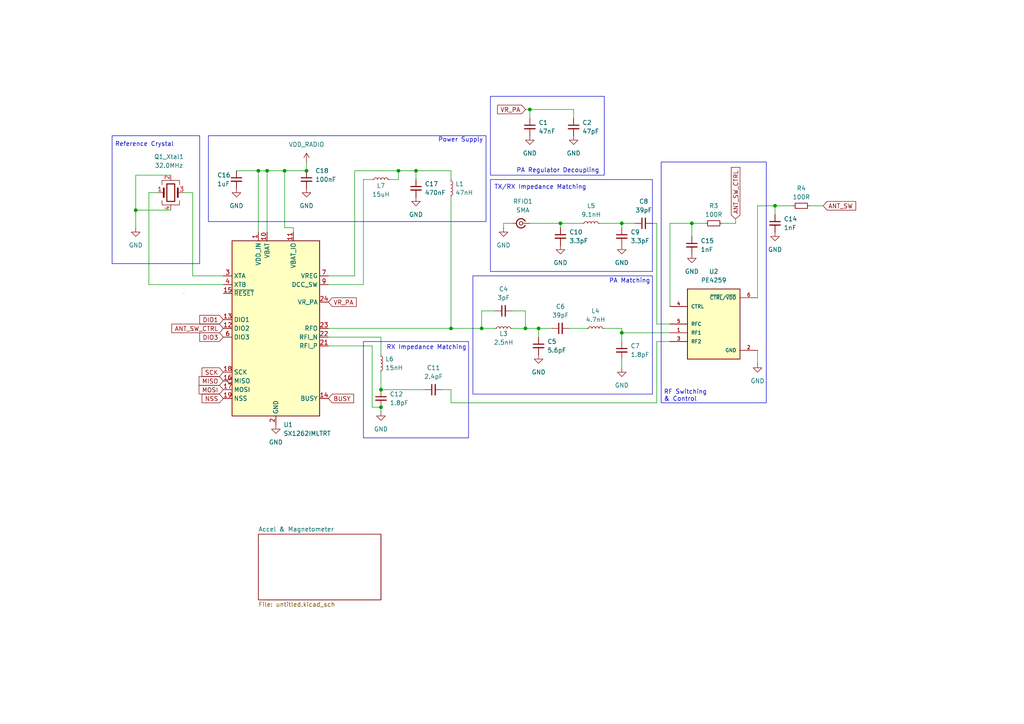
<source format=kicad_sch>
(kicad_sch (version 20231120) (generator "eeschema") (generator_version "8.0")
  (paper "A4")
  (title_block (title "LoRA Radio"))
  (lib_symbols
    (symbol "Connector:Conn_Coaxial_Small" (pin_numbers hide) (pin_names (offset 1.016) hide)
      (property "Reference" "J" (at 0.254 3.048 0))
      (property "Value" "Conn_Coaxial_Small" (at 0 -3.81 0))
      (symbol "Conn_Coaxial_Small_0_1"
        (polyline (pts (xy -2.54 0) (xy -0.508 0)))
        (circle (center 0 0) (radius 0.508) (stroke (width 0.2032)))
      )
      (symbol "Conn_Coaxial_Small_1_1"
        (arc (start -1.1916 -0.6311) (mid 0.327 -1.3081) (end 1.3484 0.0039) (stroke (width 0.3048)))
        (arc (start 1.3484 -0.0039) (mid 0.327 1.3081) (end -1.1916 0.6311) (stroke (width 0.3048)))
        (pin passive line (at -2.54 0 0) (length 1.27) (name "In") (number "1"))
        (pin passive line (at 2.54 0 180) (length 1.27) (name "Ext") (number "2"))
      )
    )
    (symbol "Device:C_Small" (pin_numbers hide) (pin_names (offset 0.254) hide)
      (property "Reference" "C" (at 0.254 1.778 0))
      (property "Value" "C_Small" (at 0.254 -2.032 0))
      (symbol "C_Small_0_1"
        (polyline (pts (xy -1.524 -0.508) (xy 1.524 -0.508)) (stroke (width 0.3302)))
        (polyline (pts (xy -1.524 0.508) (xy 1.524 0.508)) (stroke (width 0.3048)))
      )
      (symbol "C_Small_1_1"
        (pin passive line (at 0 2.54 270) (length 2.032) (name "~") (number "1"))
        (pin passive line (at 0 -2.54 90) (length 2.032) (name "~") (number "2"))
      )
    )
    (symbol "Device:Crystal_GND24" (pin_names (offset 1.016) hide)
      (property "Reference" "Y" (at 3.175 5.08 0))
      (property "Value" "Crystal_GND24" (at 3.175 3.175 0))
      (symbol "Crystal_GND24_0_1"
        (rectangle (start -1.143 2.54) (end 1.143 -2.54) (stroke (width 0.3048)))
        (polyline (pts (xy -2.54 0) (xy -2.032 0)))
        (polyline (pts (xy -2.032 -1.27) (xy -2.032 1.27)) (stroke (width 0.508)))
        (polyline (pts (xy 0 -3.81) (xy 0 -3.556)))
        (polyline (pts (xy 0 3.556) (xy 0 3.81)))
        (polyline (pts (xy 2.032 -1.27) (xy 2.032 1.27)) (stroke (width 0.508)))
        (polyline (pts (xy 2.032 0) (xy 2.54 0)))
        (polyline (pts (xy -2.54 -2.286) (xy -2.54 -3.556) (xy 2.54 -3.556) (xy 2.54 -2.286)))
        (polyline (pts (xy -2.54 2.286) (xy -2.54 3.556) (xy 2.54 3.556) (xy 2.54 2.286)))
      )
      (symbol "Crystal_GND24_1_1"
        (pin passive line (at -3.81 0 0) (length 1.27) (name "1") (number "1"))
        (pin passive line (at 0 5.08 270) (length 1.27) (name "2") (number "2"))
        (pin passive line (at 3.81 0 180) (length 1.27) (name "3") (number "3"))
        (pin passive line (at 0 -5.08 90) (length 1.27) (name "4") (number "4"))
      )
    )
    (symbol "Device:L_Small" (pin_numbers hide) (pin_names (offset 0.254) hide)
      (property "Reference" "L" (at 0.762 1.016 0))
      (property "Value" "L_Small" (at 0.762 -1.016 0))
      (symbol "L_Small_0_1"
        (arc (start 0 -2.032) (mid 0.5058 -1.524) (end 0 -1.016))
        (arc (start 0 -1.016) (mid 0.5058 -0.508) (end 0 0))
        (arc (start 0 0) (mid 0.5058 0.508) (end 0 1.016))
        (arc (start 0 1.016) (mid 0.5058 1.524) (end 0 2.032))
      )
      (symbol "L_Small_1_1"
        (pin passive line (at 0 2.54 270) (length 0.508) (name "~") (number "1"))
        (pin passive line (at 0 -2.54 90) (length 0.508) (name "~") (number "2"))
      )
    )
    (symbol "Device:R_Small" (pin_numbers hide) (pin_names (offset 0.254) hide)
      (property "Reference" "R" (at 0.762 0.508 0))
      (property "Value" "R_Small" (at 0.762 -1.016 0))
      (symbol "R_Small_0_1"
        (rectangle (start -0.762 1.778) (end 0.762 -1.778) (stroke (width 0.2032)))
      )
      (symbol "R_Small_1_1"
        (pin passive line (at 0 2.54 270) (length 0.762) (name "~") (number "1"))
        (pin passive line (at 0 -2.54 90) (length 0.762) (name "~") (number "2"))
      )
    )
    (symbol "PE4259:PE4259" (pin_names (offset 1.016))
      (property "Reference" "U" (at -7.6219 10.1625 0))
      (property "Value" "PE4259" (at -7.6217 -12.7029 0))
      (symbol "PE4259_0_0"
        (rectangle (start -7.62 -10.16) (end 7.62 10.16) (stroke (width 0.254)) (fill (type background)))
        (pin passive line (at -12.7 -2.54 0) (length 5.08) (name "RF1") (number "1"))
        (pin power_in line (at 12.7 -7.62 180) (length 5.08) (name "GND") (number "2"))
        (pin passive line (at -12.7 -5.08 0) (length 5.08) (name "RF2") (number "3"))
        (pin input line (at -12.7 5.08 0) (length 5.08) (name "CTRL") (number "4"))
        (pin passive line (at -12.7 0 0) (length 5.08) (name "RFC") (number "5"))
        (pin power_in line (at 12.7 7.62 180) (length 5.08) (name "~{CTRL}/~{VDD}") (number "6"))
      )
    )
    (symbol "RF:SX1262IMLTRT"
      (property "Reference" "U" (at 13.97 24.13 0))
      (property "Value" "SX1262IMLTRT" (at 13.97 21.59 0))
      (symbol "SX1262IMLTRT_0_1"
        (rectangle (start -12.7 25.4) (end 12.7 -25.4) (stroke (width 0.254)) (fill (type background)))
      )
      (symbol "SX1262IMLTRT_1_1"
        (pin power_in line (at -5.08 27.94 270) (length 2.54) (name "VDD_IN") (number "1"))
        (pin power_in line (at -2.54 27.94 270) (length 2.54) (name "VBAT") (number "10"))
        (pin power_in line (at 5.08 27.94 270) (length 2.54) (name "VBAT_IO") (number "11"))
        (pin bidirectional line (at -15.24 0 0) (length 2.54) (name "DIO2") (number "12"))
        (pin bidirectional line (at -15.24 2.54 0) (length 2.54) (name "DIO1") (number "13"))
        (pin output line (at 15.24 -20.32 180) (length 2.54) (name "BUSY") (number "14"))
        (pin input line (at -15.24 10.16 0) (length 2.54) (name "~{RESET}") (number "15"))
        (pin tri_state inverted (at -15.24 -15.24 0) (length 2.54) (name "MISO") (number "16"))
        (pin input line (at -15.24 -17.78 0) (length 2.54) (name "MOSI") (number "17"))
        (pin input line (at -15.24 -12.7 0) (length 2.54) (name "SCK") (number "18"))
        (pin input line (at -15.24 -20.32 0) (length 2.54) (name "NSS") (number "19"))
        (pin power_in line (at 0 -27.94 90) (length 2.54) (name "GND") (number "2"))
        (pin passive line (at 0 -27.94 90) (length 2.54) hide (name "GND") (number "20"))
        (pin input line (at 15.24 -5.08 180) (length 2.54) (name "RFI_P") (number "21"))
        (pin input line (at 15.24 -2.54 180) (length 2.54) (name "RFI_N") (number "22"))
        (pin output line (at 15.24 0 180) (length 2.54) (name "RFO") (number "23"))
        (pin power_out line (at 15.24 7.62 180) (length 2.54) (name "VR_PA") (number "24"))
        (pin passive line (at 0 -27.94 90) (length 2.54) hide (name "GND") (number "25"))
        (pin bidirectional line (at -15.24 15.24 0) (length 2.54) (name "XTA") (number "3"))
        (pin bidirectional line (at -15.24 12.7 0) (length 2.54) (name "XTB") (number "4"))
        (pin passive line (at 0 -27.94 90) (length 2.54) hide (name "GND") (number "5"))
        (pin bidirectional line (at -15.24 -2.54 0) (length 2.54) (name "DIO3") (number "6"))
        (pin power_out line (at 15.24 15.24 180) (length 2.54) (name "VREG") (number "7"))
        (pin passive line (at 0 -27.94 90) (length 2.54) hide (name "GND") (number "8"))
        (pin power_out line (at 15.24 12.7 180) (length 2.54) (name "DCC_SW") (number "9"))
      )
    )
    (symbol "power:GND" (power) (pin_numbers hide) (pin_names (offset 0) hide)
      (property "Value" "GND" (at 0 -3.81 0))
      (symbol "GND_0_1"
        (polyline (pts (xy 0 0) (xy 0 -1.27) (xy 1.27 -1.27) (xy 0 -2.54) (xy -1.27 -1.27) (xy 0 -1.27)))
      )
      (symbol "GND_1_1"
        (pin power_in line (at 0 0 270) (length 0) (name "~") (number "1"))
      )
    )
    (symbol "power:VDD" (power) (pin_numbers hide) (pin_names (offset 0) hide)
      (property "Value" "VDD" (at 0 3.556 0))
      (symbol "VDD_0_1"
        (polyline (pts (xy -0.762 1.27) (xy 0 2.54)))
        (polyline (pts (xy 0 0) (xy 0 2.54)))
        (polyline (pts (xy 0 2.54) (xy 0.762 1.27)))
      )
      (symbol "VDD_1_1"
        (pin power_in line (at 0 0 90) (length 0) (name "~") (number "1"))
      )
    )
  )
  (junction (at 39.37 60.96))
  (junction (at 88.9 49.53))
  (junction (at 77.47 49.53))
  (junction (at 200.66 64.77))
  (junction (at 120.65 49.53))
  (junction (at 224.79 59.69))
  (junction (at 110.49 113.03))
  (junction (at 180.34 96.52))
  (junction (at 153.67 31.75))
  (junction (at 82.55 49.53))
  (junction (at 110.49 118.11))
  (junction (at 115.57 49.53))
  (junction (at 156.21 95.25))
  (junction (at 162.56 64.77))
  (junction (at 180.34 64.77))
  (junction (at 139.7 95.25))
  (junction (at 74.93 49.53))
  (junction (at 130.81 95.25))
  (junction (at 152.4 95.25))
  (wire (pts (xy 139.7 90.17) (xy 139.7 95.25)))
  (wire (pts (xy 143.51 90.17) (xy 139.7 90.17)))
  (wire (pts (xy 190.5 93.98) (xy 194.31 93.98)))
  (wire (pts (xy 130.81 49.53) (xy 120.65 49.53)))
  (wire (pts (xy 175.26 95.25) (xy 180.34 95.25)))
  (wire (pts (xy 152.4 95.25) (xy 156.21 95.25)))
  (wire (pts (xy 219.71 59.69) (xy 219.71 86.36)))
  (wire (pts (xy 43.18 82.55) (xy 64.77 82.55)))
  (wire (pts (xy 166.37 34.29) (xy 166.37 31.75)))
  (wire (pts (xy 95.25 97.79) (xy 110.49 97.79)))
  (wire (pts (xy 39.37 50.8) (xy 39.37 60.96)))
  (wire (pts (xy 180.34 104.14) (xy 180.34 106.68)))
  (wire (pts (xy 105.41 82.55) (xy 95.25 82.55)))
  (wire (pts (xy 110.49 97.79) (xy 110.49 102.87)))
  (wire (pts (xy 113.03 52.07) (xy 115.57 52.07)))
  (wire (pts (xy 107.95 118.11) (xy 110.49 118.11)))
  (wire (pts (xy 213.36 63.5) (xy 213.36 64.77)))
  (wire (pts (xy 85.09 67.31) (xy 85.09 66.04)))
  (wire (pts (xy 234.95 59.69) (xy 238.76 59.69)))
  (wire (pts (xy 162.56 64.77) (xy 162.56 66.04)))
  (wire (pts (xy 152.4 31.75) (xy 153.67 31.75)))
  (wire (pts (xy 130.81 116.84) (xy 130.81 113.03)))
  (wire (pts (xy 156.21 95.25) (xy 156.21 97.79)))
  (wire (pts (xy 77.47 49.53) (xy 77.47 67.31)))
  (wire (pts (xy 68.58 49.53) (xy 74.93 49.53)))
  (wire (pts (xy 115.57 49.53) (xy 115.57 52.07)))
  (wire (pts (xy 49.53 50.8) (xy 39.37 50.8)))
  (wire (pts (xy 146.05 64.77) (xy 146.05 66.04)))
  (wire (pts (xy 120.65 49.53) (xy 120.65 52.07)))
  (wire (pts (xy 105.41 52.07) (xy 107.95 52.07)))
  (wire (pts (xy 190.5 64.77) (xy 189.23 64.77)))
  (wire (pts (xy 74.93 49.53) (xy 74.93 67.31)))
  (wire (pts (xy 180.34 64.77) (xy 180.34 66.04)))
  (wire (pts (xy 180.34 95.25) (xy 180.34 96.52)))
  (wire (pts (xy 107.95 100.33) (xy 107.95 118.11)))
  (wire (pts (xy 200.66 64.77) (xy 200.66 68.58)))
  (wire (pts (xy 88.9 46.99) (xy 88.9 49.53)))
  (wire (pts (xy 156.21 95.25) (xy 160.02 95.25)))
  (wire (pts (xy 82.55 49.53) (xy 88.9 49.53)))
  (wire (pts (xy 95.25 95.25) (xy 130.81 95.25)))
  (wire (pts (xy 82.55 49.53) (xy 82.55 66.04)))
  (wire (pts (xy 200.66 64.77) (xy 204.47 64.77)))
  (wire (pts (xy 180.34 96.52) (xy 194.31 96.52)))
  (wire (pts (xy 130.81 113.03) (xy 128.27 113.03)))
  (wire (pts (xy 74.93 49.53) (xy 77.47 49.53)))
  (wire (pts (xy 39.37 60.96) (xy 39.37 66.04)))
  (wire (pts (xy 102.87 49.53) (xy 115.57 49.53)))
  (wire (pts (xy 45.72 55.88) (xy 43.18 55.88)))
  (wire (pts (xy 130.81 95.25) (xy 139.7 95.25)))
  (wire (pts (xy 77.47 49.53) (xy 82.55 49.53)))
  (wire (pts (xy 148.59 90.17) (xy 152.4 90.17)))
  (wire (pts (xy 102.87 49.53) (xy 102.87 80.01)))
  (wire (pts (xy 110.49 119.38) (xy 110.49 118.11)))
  (wire (pts (xy 55.88 55.88) (xy 53.34 55.88)))
  (wire (pts (xy 224.79 59.69) (xy 224.79 62.23)))
  (wire (pts (xy 107.95 100.33) (xy 95.25 100.33)))
  (wire (pts (xy 213.36 64.77) (xy 209.55 64.77)))
  (wire (pts (xy 55.88 80.01) (xy 64.77 80.01)))
  (wire (pts (xy 194.31 64.77) (xy 200.66 64.77)))
  (wire (pts (xy 55.88 55.88) (xy 55.88 80.01)))
  (wire (pts (xy 115.57 49.53) (xy 120.65 49.53)))
  (wire (pts (xy 180.34 64.77) (xy 184.15 64.77)))
  (wire (pts (xy 194.31 88.9) (xy 194.31 64.77)))
  (wire (pts (xy 152.4 90.17) (xy 152.4 95.25)))
  (wire (pts (xy 102.87 80.01) (xy 95.25 80.01)))
  (wire (pts (xy 153.67 64.77) (xy 162.56 64.77)))
  (wire (pts (xy 180.34 96.52) (xy 180.34 99.06)))
  (wire (pts (xy 130.81 52.07) (xy 130.81 49.53)))
  (wire (pts (xy 43.18 55.88) (xy 43.18 82.55)))
  (wire (pts (xy 139.7 95.25) (xy 143.51 95.25)))
  (wire (pts (xy 173.99 64.77) (xy 180.34 64.77)))
  (wire (pts (xy 105.41 52.07) (xy 105.41 82.55)))
  (wire (pts (xy 219.71 59.69) (xy 224.79 59.69)))
  (wire (pts (xy 110.49 107.95) (xy 110.49 113.03)))
  (wire (pts (xy 85.09 66.04) (xy 82.55 66.04)))
  (wire (pts (xy 130.81 57.15) (xy 130.81 95.25)))
  (wire (pts (xy 153.67 31.75) (xy 166.37 31.75)))
  (wire (pts (xy 190.5 64.77) (xy 190.5 93.98)))
  (wire (pts (xy 148.59 95.25) (xy 152.4 95.25)))
  (wire (pts (xy 123.19 113.03) (xy 110.49 113.03)))
  (wire (pts (xy 168.91 64.77) (xy 162.56 64.77)))
  (wire (pts (xy 153.67 34.29) (xy 153.67 31.75)))
  (wire (pts (xy 219.71 101.6) (xy 219.71 105.41)))
  (wire (pts (xy 190.5 99.06) (xy 190.5 116.84)))
  (wire (pts (xy 165.1 95.25) (xy 170.18 95.25)))
  (wire (pts (xy 190.5 116.84) (xy 130.81 116.84)))
  (wire (pts (xy 148.59 64.77) (xy 146.05 64.77)))
  (wire (pts (xy 224.79 59.69) (xy 229.87 59.69)))
  (wire (pts (xy 194.31 99.06) (xy 190.5 99.06)))
  (wire (pts (xy 49.53 60.96) (xy 39.37 60.96)))
  (rectangle (start 142.24 27.94) (end 175.26 50.8))
  (rectangle (start 53.34 85.09) (end 53.34 85.09))
  (rectangle (start 32.512 39.37) (end 57.912 76.454))
  (rectangle (start 191.77 46.99) (end 222.25 116.84))
  (rectangle (start 137.16 80.01) (end 189.23 114.3))
  (rectangle (start 105.41 99.06) (end 135.89 127))
  (rectangle (start 60.452 39.37) (end 140.97 64.262))
  (rectangle (start 142.24 52.07) (end 189.23 78.74))
  (text "RF Switching\n& Control" (at 192.532 114.808 0) (effects (font (size 1.27 1.27)) (justify left)))
  (text "RX Impedance Matching" (at 123.698 100.838 0) (effects (font (size 1.27 1.27))))
  (text "PA Matching" (at 182.626 81.534 0) (effects (font (size 1.27 1.27))))
  (text "Reference Crystal" (at 41.91 41.91 0) (effects (font (size 1.27 1.27))))
  (text "PA Regulator Decoupling" (at 161.798 49.53 0) (effects (font (size 1.27 1.27))))
  (text "Power Supply" (at 133.604 40.64 0) (effects (font (size 1.27 1.27))))
  (text "TX/RX Impedance Matching" (at 156.718 54.356 0) (effects (font (size 1.27 1.27))))
  (global_label "VR_PA" (shape input) (at 95.25 87.63 0) (property "Intersheetrefs" "${INTERSHEET_REFS}" (effects (hide yes))))
  (global_label "VR_PA" (shape input) (at 152.4 31.75 180) (property "Intersheetrefs" "${INTERSHEET_REFS}" (effects (hide yes))))
  (global_label "DIO3" (shape input) (at 64.77 97.79 180) (property "Intersheetrefs" "${INTERSHEET_REFS}" (effects (hide yes))))
  (global_label "MISO" (shape input) (at 64.77 110.49 180) (property "Intersheetrefs" "${INTERSHEET_REFS}" (effects (hide yes))))
  (global_label "ANT_SW_CTRL" (shape input) (at 213.36 63.5 90) (property "Intersheetrefs" "${INTERSHEET_REFS}" (effects (hide yes))))
  (global_label "BUSY" (shape input) (at 95.25 115.57 0) (property "Intersheetrefs" "${INTERSHEET_REFS}" (effects (hide yes))))
  (global_label "SCK" (shape input) (at 64.77 107.95 180) (property "Intersheetrefs" "${INTERSHEET_REFS}" (effects (hide yes))))
  (global_label "ANT_SW" (shape input) (at 238.76 59.69 0) (property "Intersheetrefs" "${INTERSHEET_REFS}" (effects (hide yes))))
  (global_label "DIO1" (shape input) (at 64.77 92.71 180) (property "Intersheetrefs" "${INTERSHEET_REFS}" (effects (hide yes))))
  (global_label "ANT_SW_CTRL" (shape input) (at 64.77 95.25 180) (property "Intersheetrefs" "${INTERSHEET_REFS}" (effects (hide yes))))
  (global_label "NSS" (shape input) (at 64.77 115.57 180) (property "Intersheetrefs" "${INTERSHEET_REFS}" (effects (hide yes))))
  (global_label "MOSI" (shape input) (at 64.77 113.03 180) (property "Intersheetrefs" "${INTERSHEET_REFS}" (effects (hide yes))))
  (symbol (lib_id "Device:L_Small") (at 146.05 95.25 90) (unit 1)
    (property "Reference" "L3" (at 146.05 96.774 90))
    (property "Value" "2.5nH" (at 146.05 99.314 90))
    (property "Footprint" "Inductor_SMD:L_0402_1005Metric" (effects (hide yes)))
    (property "Description" "Inductor, small symbol" (effects (hide yes)))
  )
  (symbol (lib_id "Device:L_Small") (at 110.49 105.41 0) (unit 1)
    (property "Reference" "L6" (at 111.76 104.1399 0) (effects (justify left)))
    (property "Value" "15nH" (at 111.76 106.6799 0) (effects (justify left)))
    (property "Footprint" "Inductor_SMD:L_0402_1005Metric" (effects (hide yes)))
    (property "Description" "Inductor, small symbol" (effects (hide yes)))
  )
  (symbol (lib_id "power:VDD") (at 88.9 46.99 0) (unit 1)
    (property "Reference" "#PWR04" (effects (hide yes)))
    (property "Value" "VDD_RADIO" (at 88.9 41.91 0))
    (property "Description" "Power symbol creates a global label with name \"VDD\"" (effects (hide yes)))
  )
  (symbol (lib_id "Device:L_Small") (at 171.45 64.77 90) (unit 1)
    (property "Reference" "L5" (at 171.45 59.69 90))
    (property "Value" "9.1nH" (at 171.45 62.23 90))
    (property "Footprint" "Inductor_SMD:L_0402_1005Metric" (effects (hide yes)))
    (property "Description" "Inductor, small symbol" (effects (hide yes)))
  )
  (symbol (lib_id "power:GND") (at 156.21 102.87 0) (unit 1)
    (property "Reference" "#PWR011" (effects (hide yes)))
    (property "Value" "GND" (at 156.21 107.95 0))
    (property "Description" "Power symbol creates a global label with name \"GND\" , ground" (effects (hide yes)))
  )
  (symbol (lib_id "Device:L_Small") (at 172.72 95.25 90) (unit 1)
    (property "Reference" "L4" (at 172.72 90.17 90))
    (property "Value" "4.7nH" (at 172.72 92.71 90))
    (property "Footprint" "Inductor_SMD:L_0402_1005Metric" (effects (hide yes)))
    (property "Description" "Inductor, small symbol" (effects (hide yes)))
  )
  (symbol (lib_id "Device:C_Small") (at 146.05 90.17 90) (unit 1)
    (property "Reference" "C4" (at 146.0563 83.82 90))
    (property "Value" "3pF" (at 146.0563 86.36 90))
    (property "Footprint" "Capacitor_SMD:C_0402_1005Metric" (effects (hide yes)))
    (property "Description" "Unpolarized capacitor, small symbol" (effects (hide yes)))
  )
  (symbol (lib_id "Device:C_Small") (at 224.79 64.77 0) (unit 1)
    (property "Reference" "C14" (at 227.33 63.5062 0) (effects (justify left)))
    (property "Value" "1nF" (at 227.33 66.0462 0) (effects (justify left)))
    (property "Footprint" "Capacitor_SMD:C_0402_1005Metric" (effects (hide yes)))
    (property "Description" "Unpolarized capacitor, small symbol" (effects (hide yes)))
  )
  (symbol (lib_id "power:GND") (at 180.34 71.12 0) (unit 1)
    (property "Reference" "#PWR014" (effects (hide yes)))
    (property "Value" "GND" (at 180.34 76.2 0))
    (property "Description" "Power symbol creates a global label with name \"GND\" , ground" (effects (hide yes)))
  )
  (symbol (lib_id "Device:C_Small") (at 200.66 71.12 0) (unit 1)
    (property "Reference" "C15" (at 203.2 69.8562 0) (effects (justify left)))
    (property "Value" "1nF" (at 203.2 72.3962 0) (effects (justify left)))
    (property "Footprint" "Capacitor_SMD:C_0402_1005Metric" (effects (hide yes)))
    (property "Description" "Unpolarized capacitor, small symbol" (effects (hide yes)))
  )
  (symbol (lib_id "power:GND") (at 153.67 39.37 0) (unit 1)
    (property "Reference" "#PWR08" (effects (hide yes)))
    (property "Value" "GND" (at 153.67 44.45 0))
    (property "Description" "Power symbol creates a global label with name \"GND\" , ground" (effects (hide yes)))
  )
  (symbol (lib_id "RF:SX1262IMLTRT") (at 80.01 95.25 0) (unit 1)
    (property "Reference" "U1" (at 82.2041 123.19 0) (effects (justify left)))
    (property "Value" "SX1262IMLTRT" (at 82.2041 125.73 0) (effects (justify left)))
    (property "Footprint" "Package_DFN_QFN:QFN-24-1EP_4x4mm_P0.5mm_EP2.6x2.6mm" (effects (hide yes)))
    (property "Datasheet" "https://semtech.file.force.com/sfc/dist/version/download/?oid=00DE0000000JelG&ids=0682R00000IjPWSQA3&d=%2Fa%2F2R000000Un7F%2FyT.fKdAr9ZAo3cJLc4F2cBdUsMftpT2vsOICP7NmvMo" (effects (hide yes)))
    (property "Description" "150 MHz to 960 MHz Low Power Long Range Transceiver, 22dBm output power, spreading factor from 5 to 12, LoRA, QFN-24" (effects (hide yes)))
  )
  (symbol (lib_id "Device:C_Small") (at 162.56 95.25 90) (unit 1)
    (property "Reference" "C6" (at 162.5663 88.9 90))
    (property "Value" "39pF" (at 162.5663 91.44 90))
    (property "Footprint" "Capacitor_SMD:C_0402_1005Metric" (effects (hide yes)))
    (property "Description" "Unpolarized capacitor, small symbol" (effects (hide yes)))
  )
  (symbol (lib_id "Device:L_Small") (at 130.81 54.61 0) (unit 1)
    (property "Reference" "L1" (at 132.08 53.3399 0) (effects (justify left)))
    (property "Value" "47nH" (at 132.08 55.8799 0) (effects (justify left)))
    (property "Footprint" "Inductor_SMD:L_0402_1005Metric" (effects (hide yes)))
    (property "Description" "Inductor, small symbol" (effects (hide yes)))
  )
  (symbol (lib_id "Device:C_Small") (at 125.73 113.03 90) (unit 1)
    (property "Reference" "C11" (at 125.7363 106.68 90))
    (property "Value" "2.4pF" (at 125.7363 109.22 90))
    (property "Footprint" "Capacitor_SMD:C_0402_1005Metric" (effects (hide yes)))
    (property "Description" "Unpolarized capacitor, small symbol" (effects (hide yes)))
  )
  (symbol (lib_id "Device:R_Small") (at 207.01 64.77 90) (unit 1)
    (property "Reference" "R3" (at 207.01 59.69 90))
    (property "Value" "100R" (at 207.01 62.23 90))
    (property "Footprint" "Resistor_SMD:R_0402_1005Metric" (effects (hide yes)))
    (property "Description" "Resistor, small symbol" (effects (hide yes)))
  )
  (symbol (lib_id "Device:C_Small") (at 180.34 101.6 0) (unit 1)
    (property "Reference" "C7" (at 182.88 100.3362 0) (effects (justify left)))
    (property "Value" "1.8pF" (at 182.88 102.8762 0) (effects (justify left)))
    (property "Footprint" "Capacitor_SMD:C_0402_1005Metric" (effects (hide yes)))
    (property "Description" "Unpolarized capacitor, small symbol" (effects (hide yes)))
  )
  (symbol (lib_id "power:GND") (at 146.05 66.04 0) (unit 1)
    (property "Reference" "#PWR016" (effects (hide yes)))
    (property "Value" "GND" (at 146.05 71.12 0))
    (property "Description" "Power symbol creates a global label with name \"GND\" , ground" (effects (hide yes)))
  )
  (symbol (lib_id "power:GND") (at 166.37 39.37 0) (unit 1)
    (property "Reference" "#PWR09" (effects (hide yes)))
    (property "Value" "GND" (at 166.37 44.45 0))
    (property "Description" "Power symbol creates a global label with name \"GND\" , ground" (effects (hide yes)))
  )
  (symbol (lib_id "power:GND") (at 120.65 57.15 0) (unit 1)
    (property "Reference" "#PWR06" (effects (hide yes)))
    (property "Value" "GND" (at 120.65 62.23 0))
    (property "Description" "Power symbol creates a global label with name \"GND\" , ground" (effects (hide yes)))
  )
  (symbol (lib_id "power:GND") (at 39.37 66.04 0) (unit 1)
    (property "Reference" "#PWR01" (effects (hide yes)))
    (property "Value" "GND" (at 39.37 71.12 0))
    (property "Description" "Power symbol creates a global label with name \"GND\" , ground" (effects (hide yes)))
  )
  (symbol (lib_id "power:GND") (at 162.56 71.12 0) (unit 1)
    (property "Reference" "#PWR015" (effects (hide yes)))
    (property "Value" "GND" (at 162.56 76.2 0))
    (property "Description" "Power symbol creates a global label with name \"GND\" , ground" (effects (hide yes)))
  )
  (symbol (lib_id "Device:C_Small") (at 162.56 68.58 0) (unit 1)
    (property "Reference" "C10" (at 165.1 67.3162 0) (effects (justify left)))
    (property "Value" "3.3pF" (at 165.1 69.8562 0) (effects (justify left)))
    (property "Footprint" "Capacitor_SMD:C_0402_1005Metric" (effects (hide yes)))
    (property "Description" "Unpolarized capacitor, small symbol" (effects (hide yes)))
  )
  (symbol (lib_id "Device:Crystal_GND24") (at 49.53 55.88 0) (unit 1)
    (property "Reference" "Q1_Xtal1" (at 49.022 45.466 0))
    (property "Value" "32.0MHz" (at 49.022 48.006 0))
    (property "Footprint" "Crystal:Crystal_SMD_2016-4Pin_2.0x1.6mm" (effects (hide yes)))
    (property "Description" "Four pin crystal, GND on pins 2 and 4" (effects (hide yes)))
  )
  (symbol (lib_id "power:GND") (at 80.01 123.19 0) (unit 1)
    (property "Reference" "#PWR07" (effects (hide yes)))
    (property "Value" "GND" (at 80.01 128.27 0))
    (property "Description" "Power symbol creates a global label with name \"GND\" , ground" (effects (hide yes)))
  )
  (symbol (lib_id "Device:C_Small") (at 180.34 68.58 0) (unit 1)
    (property "Reference" "C9" (at 182.88 67.3162 0) (effects (justify left)))
    (property "Value" "3.3pF" (at 182.88 69.8562 0) (effects (justify left)))
    (property "Footprint" "Capacitor_SMD:C_0402_1005Metric" (effects (hide yes)))
    (property "Description" "Unpolarized capacitor, small symbol" (effects (hide yes)))
  )
  (symbol (lib_id "Device:C_Small") (at 166.37 36.83 0) (unit 1)
    (property "Reference" "C2" (at 168.91 35.5662 0) (effects (justify left)))
    (property "Value" "47pF" (at 168.91 38.1062 0) (effects (justify left)))
    (property "Footprint" "Capacitor_SMD:C_0402_1005Metric" (effects (hide yes)))
    (property "Description" "Unpolarized capacitor, small symbol" (effects (hide yes)))
  )
  (symbol (lib_id "Device:R_Small") (at 232.41 59.69 90) (unit 1)
    (property "Reference" "R4" (at 232.41 54.61 90))
    (property "Value" "100R" (at 232.41 57.15 90))
    (property "Footprint" "Resistor_SMD:R_0402_1005Metric" (effects (hide yes)))
    (property "Description" "Resistor, small symbol" (effects (hide yes)))
  )
  (symbol (lib_id "power:GND") (at 180.34 106.68 0) (unit 1)
    (property "Reference" "#PWR012" (effects (hide yes)))
    (property "Value" "GND" (at 180.34 111.76 0))
    (property "Description" "Power symbol creates a global label with name \"GND\" , ground" (effects (hide yes)))
  )
  (symbol (lib_id "power:GND") (at 219.71 105.41 0) (unit 1)
    (property "Reference" "#PWR013" (effects (hide yes)))
    (property "Value" "GND" (at 219.71 110.49 0))
    (property "Description" "Power symbol creates a global label with name \"GND\" , ground" (effects (hide yes)))
  )
  (symbol (lib_id "Device:C_Small") (at 153.67 36.83 0) (unit 1)
    (property "Reference" "C1" (at 156.21 35.5662 0) (effects (justify left)))
    (property "Value" "47nF" (at 156.21 38.1062 0) (effects (justify left)))
    (property "Footprint" "Capacitor_SMD:C_0402_1005Metric" (effects (hide yes)))
    (property "Description" "Unpolarized capacitor, small symbol" (effects (hide yes)))
  )
  (symbol (lib_id "Connector:Conn_Coaxial_Small") (at 151.13 64.77 180) (unit 1)
    (property "Reference" "RFIO1" (at 151.6495 58.42 0))
    (property "Value" "SMA" (at 151.6495 60.96 0))
    (property "Footprint" "Connector_Coaxial:U.FL_Molex_MCRF_73412-0110_Vertical" (effects (hide yes)))
    (property "Datasheet" " ~" (effects (hide yes)))
    (property "Description" "small coaxial connector (BNC, SMA, SMB, SMC, Cinch/RCA, LEMO, ...)" (effects (hide yes)))
  )
  (symbol (lib_id "Device:C_Small") (at 186.69 64.77 90) (unit 1)
    (property "Reference" "C8" (at 186.6963 58.42 90))
    (property "Value" "39pF" (at 186.6963 60.96 90))
    (property "Footprint" "Capacitor_SMD:C_0402_1005Metric" (effects (hide yes)))
    (property "Description" "Unpolarized capacitor, small symbol" (effects (hide yes)))
  )
  (symbol (lib_id "PE4259:PE4259") (at 207.01 93.98 0) (unit 1)
    (property "Reference" "U2" (at 207.01 78.74 0))
    (property "Value" "PE4259" (at 207.01 81.28 0))
    (property "Footprint" "PE4259:SOT65P215X110-6N" (effects (hide yes)))
    (property "MF" "pSemi" (effects (hide yes)))
    (property "Description_1" "\nRF Switch IC General Purpose SPDT 3 GHz 50Ohm SC-70-6\n" (effects (hide yes)))
    (property "Package" "SOT-363 Peregrine Semiconductor" (effects (hide yes)))
    (property "Price" "None" (effects (hide yes)))
    (property "Check_prices" "https://www.snapeda.com/parts/PE4259/pSemi/view-part/?ref=eda" (effects (hide yes)))
    (property "SnapEDA_Link" "https://www.snapeda.com/parts/PE4259/pSemi/view-part/?ref=snap" (effects (hide yes)))
    (property "MP" "PE4259" (effects (hide yes)))
    (property "Availability" "In Stock" (effects (hide yes)))
    (property "MANUFACTURER" "Peregrine Semiconductor" (effects (hide yes)))
  )
  (symbol (lib_id "power:GND") (at 200.66 73.66 0) (unit 1)
    (property "Reference" "#PWR018" (effects (hide yes)))
    (property "Value" "GND" (at 200.66 78.74 0))
    (property "Description" "Power symbol creates a global label with name \"GND\" , ground" (effects (hide yes)))
  )
  (symbol (lib_id "power:GND") (at 224.79 67.31 0) (unit 1)
    (property "Reference" "#PWR017" (effects (hide yes)))
    (property "Value" "GND" (at 224.79 72.39 0))
    (property "Description" "Power symbol creates a global label with name \"GND\" , ground" (effects (hide yes)))
  )
  (symbol (lib_id "Device:L_Small") (at 110.49 52.07 90) (unit 1)
    (property "Reference" "L7" (at 110.49 53.848 90))
    (property "Value" "15uH" (at 110.49 56.388 90))
    (property "Footprint" "Inductor_SMD:L_0402_1005Metric" (effects (hide yes)))
    (property "Description" "Inductor, small symbol" (effects (hide yes)))
  )
  (symbol (lib_id "power:GND") (at 68.58 54.61 0) (unit 1)
    (property "Reference" "#PWR03" (effects (hide yes)))
    (property "Value" "GND" (at 68.58 59.69 0))
    (property "Description" "Power symbol creates a global label with name \"GND\" , ground" (effects (hide yes)))
  )
  (symbol (lib_id "power:GND") (at 110.49 119.38 0) (unit 1)
    (property "Reference" "#PWR019" (effects (hide yes)))
    (property "Value" "GND" (at 110.49 124.46 0))
    (property "Description" "Power symbol creates a global label with name \"GND\" , ground" (effects (hide yes)))
  )
  (symbol (lib_id "Device:C_Small") (at 68.58 52.07 0) (unit 1)
    (property "Reference" "C16" (at 62.992 50.8 0) (effects (justify left)))
    (property "Value" "1uF" (at 62.992 53.34 0) (effects (justify left)))
    (property "Footprint" "Capacitor_SMD:C_0402_1005Metric" (effects (hide yes)))
    (property "Description" "Unpolarized capacitor, small symbol" (effects (hide yes)))
  )
  (symbol (lib_id "Device:C_Small") (at 88.9 52.07 0) (unit 1)
    (property "Reference" "C18" (at 91.44 49.53 0) (effects (justify left)))
    (property "Value" "100nF" (at 91.44 52.07 0) (effects (justify left)))
    (property "Footprint" "Capacitor_SMD:C_0402_1005Metric" (effects (hide yes)))
    (property "Description" "Unpolarized capacitor, small symbol" (effects (hide yes)))
  )
  (symbol (lib_id "Device:C_Small") (at 120.65 54.61 0) (unit 1)
    (property "Reference" "C17" (at 123.19 53.3462 0) (effects (justify left)))
    (property "Value" "470nF" (at 123.19 55.8862 0) (effects (justify left)))
    (property "Footprint" "Capacitor_SMD:C_0402_1005Metric" (effects (hide yes)))
    (property "Description" "Unpolarized capacitor, small symbol" (effects (hide yes)))
  )
  (symbol (lib_id "Device:C_Small") (at 110.49 115.57 0) (unit 1)
    (property "Reference" "C12" (at 113.03 114.3062 0) (effects (justify left)))
    (property "Value" "1.8pF" (at 113.03 116.8462 0) (effects (justify left)))
    (property "Footprint" "Capacitor_SMD:C_0402_1005Metric" (effects (hide yes)))
    (property "Description" "Unpolarized capacitor, small symbol" (effects (hide yes)))
  )
  (symbol (lib_id "power:GND") (at 88.9 54.61 0) (unit 1)
    (property "Reference" "#PWR05" (effects (hide yes)))
    (property "Value" "GND" (at 88.9 59.69 0))
    (property "Description" "Power symbol creates a global label with name \"GND\" , ground" (effects (hide yes)))
  )
  (symbol (lib_id "Device:C_Small") (at 156.21 100.33 0) (unit 1)
    (property "Reference" "C5" (at 158.75 99.0662 0) (effects (justify left)))
    (property "Value" "5.6pF" (at 158.75 101.6062 0) (effects (justify left)))
    (property "Footprint" "Capacitor_SMD:C_0402_1005Metric" (effects (hide yes)))
    (property "Description" "Unpolarized capacitor, small symbol" (effects (hide yes)))
  )
  (sheet (at 74.93 154.94) (size 35.56 19.05) (stroke (width 0.1524))
    (property "Sheetname" "Accel & Magnetometer" (at 74.93 154.2284 0) (effects (justify left bottom)))
    (property "Sheetfile" "untitled.kicad_sch" (at 74.93 174.5746 0) (effects (justify left top)))
  )
)
</source>
